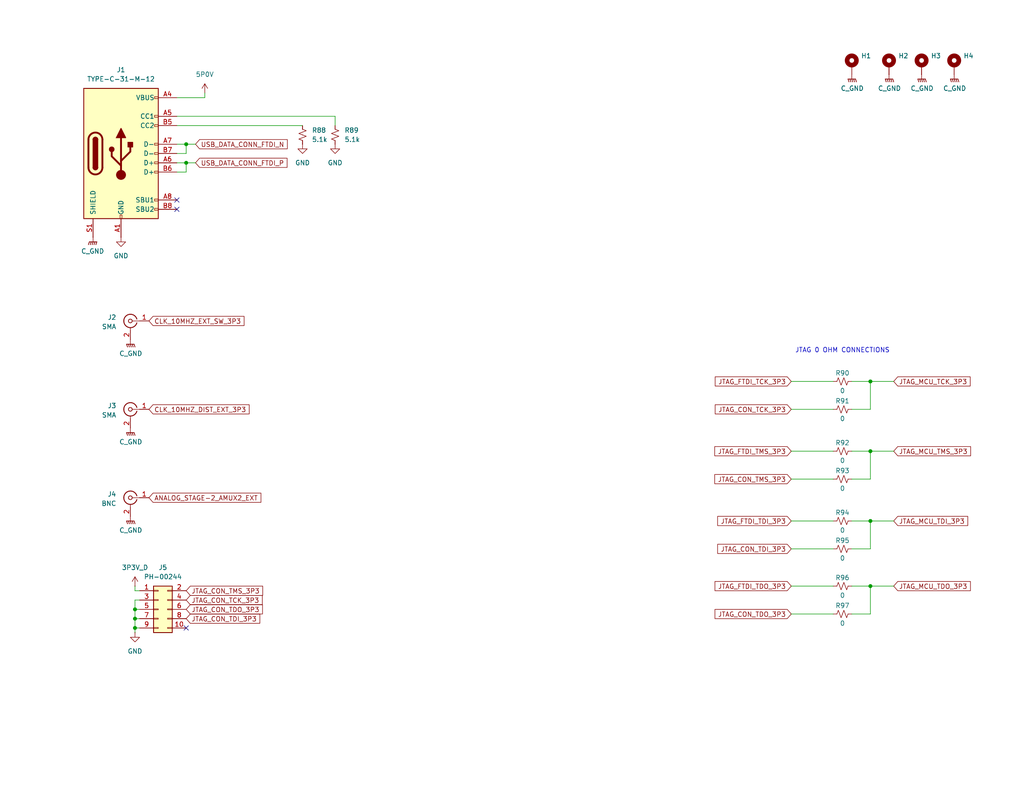
<source format=kicad_sch>
(kicad_sch (version 20231120) (generator "eeschema") (generator_version "8.0")
  (paper "A")
  (title_block (title "ARBITRARY WAVEFORM GENERATOR") (date "2024-09-11") (rev "0.0.1") (company "Tomasz Brzyzek"))
  (lib_symbols
    (symbol "BRZK_CONN_USB:TYPE-C-31-M-12" (pin_names (offset 1.016))
      (property "Reference" "J?" (at 0 22.86 0))
      (property "Value" "TYPE-C-31-M-12" (at 0 20.32 0))
      (symbol "TYPE-C-31-M-12_0_0"
        (rectangle (start -0.254 -17.78) (end 0.254 -16.764))
        (rectangle (start 10.16 -14.986) (end 9.144 -15.494))
        (rectangle (start 10.16 -12.446) (end 9.144 -12.954))
        (rectangle (start 10.16 -4.826) (end 9.144 -5.334))
        (rectangle (start 10.16 -2.286) (end 9.144 -2.794))
        (rectangle (start 10.16 0.254) (end 9.144 -0.254))
        (rectangle (start 10.16 2.794) (end 9.144 2.286))
        (rectangle (start 10.16 7.874) (end 9.144 7.366))
        (rectangle (start 10.16 10.414) (end 9.144 9.906))
        (rectangle (start 10.16 15.494) (end 9.144 14.986))
      )
      (symbol "TYPE-C-31-M-12_0_1"
        (rectangle (start -10.16 17.78) (end 10.16 -17.78) (stroke (width 0.254)) (fill (type background)))
        (arc (start -8.89 -3.81) (mid -6.985 -5.7067) (end -5.08 -3.81) (stroke (width 0.508)))
        (arc (start -7.62 -3.81) (mid -6.985 -4.4423) (end -6.35 -3.81) (stroke (width 0.254)))
        (arc (start -7.62 -3.81) (mid -6.985 -4.4423) (end -6.35 -3.81) (stroke (width 0.254)) (fill (type outline)))
        (rectangle (start -7.62 -3.81) (end -6.35 3.81) (stroke (width 0.254)) (fill (type outline)))
        (arc (start -6.35 3.81) (mid -6.985 4.4423) (end -7.62 3.81) (stroke (width 0.254)))
        (arc (start -6.35 3.81) (mid -6.985 4.4423) (end -7.62 3.81) (stroke (width 0.254)) (fill (type outline)))
        (arc (start -5.08 3.81) (mid -6.985 5.7067) (end -8.89 3.81) (stroke (width 0.508)))
        (circle (center -2.54 1.143) (radius 0.635) (stroke (width 0.254)) (fill (type outline)))
        (circle (center 0 -5.842) (radius 1.27) (fill (type outline)))
        (polyline (pts (xy -8.89 -3.81) (xy -8.89 3.81)) (stroke (width 0.508)))
        (polyline (pts (xy -5.08 3.81) (xy -5.08 -3.81)) (stroke (width 0.508)))
        (polyline (pts (xy 0 -5.842) (xy 0 4.318)) (stroke (width 0.508)))
        (polyline (pts (xy 0 -3.302) (xy -2.54 -0.762) (xy -2.54 0.508)) (stroke (width 0.508)))
        (polyline (pts (xy 0 -2.032) (xy 2.54 0.508) (xy 2.54 1.778)) (stroke (width 0.508)))
        (polyline (pts (xy -1.27 4.318) (xy 0 6.858) (xy 1.27 4.318) (xy -1.27 4.318)) (stroke (width 0.254)) (fill (type outline)))
        (rectangle (start 1.905 1.778) (end 3.175 3.048) (stroke (width 0.254)) (fill (type outline)))
      )
      (symbol "TYPE-C-31-M-12_1_1"
        (pin passive line (at 0 -22.86 90) (length 5.08) (name "GND") (number "A1"))
        (pin passive line (at 0 -22.86 90) (length 5.08) hide (name "GND") (number "A12"))
        (pin passive line (at 15.24 15.24 180) (length 5.08) (name "VBUS") (number "A4"))
        (pin bidirectional line (at 15.24 10.16 180) (length 5.08) (name "CC1") (number "A5"))
        (pin bidirectional line (at 15.24 -2.54 180) (length 5.08) (name "D+") (number "A6"))
        (pin bidirectional line (at 15.24 2.54 180) (length 5.08) (name "D-") (number "A7"))
        (pin bidirectional line (at 15.24 -12.7 180) (length 5.08) (name "SBU1") (number "A8"))
        (pin passive line (at 15.24 15.24 180) (length 5.08) hide (name "VBUS") (number "A9"))
        (pin passive line (at 0 -22.86 90) (length 5.08) hide (name "GND") (number "B1"))
        (pin passive line (at 0 -22.86 90) (length 5.08) hide (name "GND") (number "B12"))
        (pin passive line (at 15.24 15.24 180) (length 5.08) hide (name "VBUS") (number "B4"))
        (pin bidirectional line (at 15.24 7.62 180) (length 5.08) (name "CC2") (number "B5"))
        (pin bidirectional line (at 15.24 -5.08 180) (length 5.08) (name "D+") (number "B6"))
        (pin bidirectional line (at 15.24 0 180) (length 5.08) (name "D-") (number "B7"))
        (pin bidirectional line (at 15.24 -15.24 180) (length 5.08) (name "SBU2") (number "B8"))
        (pin passive line (at 15.24 15.24 180) (length 5.08) hide (name "VBUS") (number "B9"))
        (pin passive line (at -7.62 -22.86 90) (length 5.08) (name "SHIELD") (number "S1"))
      )
    )
    (symbol "Connector:Conn_Coaxial" (pin_names (offset 1.016) hide)
      (property "Reference" "J" (at 0.254 3.048 0))
      (property "Value" "Conn_Coaxial" (at 2.921 0 90))
      (symbol "Conn_Coaxial_0_1"
        (arc (start -1.778 -0.508) (mid 0.2311 -1.8066) (end 1.778 0) (stroke (width 0.254)))
        (polyline (pts (xy -2.54 0) (xy -0.508 0)))
        (polyline (pts (xy 0 -2.54) (xy 0 -1.778)))
        (circle (center 0 0) (radius 0.508) (stroke (width 0.2032)))
        (arc (start 1.778 0) (mid 0.2099 1.8101) (end -1.778 0.508) (stroke (width 0.254)))
      )
      (symbol "Conn_Coaxial_1_1"
        (pin passive line (at -5.08 0 0) (length 2.54) (name "In") (number "1"))
        (pin passive line (at 0 -5.08 90) (length 2.54) (name "Ext") (number "2"))
      )
    )
    (symbol "Connector_Generic:Conn_02x05_Odd_Even" (pin_names (offset 1.016) hide)
      (property "Reference" "J" (at 1.27 7.62 0))
      (property "Value" "Conn_02x05_Odd_Even" (at 1.27 -7.62 0))
      (symbol "Conn_02x05_Odd_Even_1_1"
        (rectangle (start -1.27 -4.953) (end 0 -5.207) (stroke (width 0.1524)))
        (rectangle (start -1.27 -2.413) (end 0 -2.667) (stroke (width 0.1524)))
        (rectangle (start -1.27 0.127) (end 0 -0.127) (stroke (width 0.1524)))
        (rectangle (start -1.27 2.667) (end 0 2.413) (stroke (width 0.1524)))
        (rectangle (start -1.27 5.207) (end 0 4.953) (stroke (width 0.1524)))
        (rectangle (start -1.27 6.35) (end 3.81 -6.35) (stroke (width 0.254)) (fill (type background)))
        (rectangle (start 3.81 -4.953) (end 2.54 -5.207) (stroke (width 0.1524)))
        (rectangle (start 3.81 -2.413) (end 2.54 -2.667) (stroke (width 0.1524)))
        (rectangle (start 3.81 0.127) (end 2.54 -0.127) (stroke (width 0.1524)))
        (rectangle (start 3.81 2.667) (end 2.54 2.413) (stroke (width 0.1524)))
        (rectangle (start 3.81 5.207) (end 2.54 4.953) (stroke (width 0.1524)))
        (pin passive line (at -5.08 5.08 0) (length 3.81) (name "Pin_1") (number "1"))
        (pin passive line (at 7.62 -5.08 180) (length 3.81) (name "Pin_10") (number "10"))
        (pin passive line (at 7.62 5.08 180) (length 3.81) (name "Pin_2") (number "2"))
        (pin passive line (at -5.08 2.54 0) (length 3.81) (name "Pin_3") (number "3"))
        (pin passive line (at 7.62 2.54 180) (length 3.81) (name "Pin_4") (number "4"))
        (pin passive line (at -5.08 0 0) (length 3.81) (name "Pin_5") (number "5"))
        (pin passive line (at 7.62 0 180) (length 3.81) (name "Pin_6") (number "6"))
        (pin passive line (at -5.08 -2.54 0) (length 3.81) (name "Pin_7") (number "7"))
        (pin passive line (at 7.62 -2.54 180) (length 3.81) (name "Pin_8") (number "8"))
        (pin passive line (at -5.08 -5.08 0) (length 3.81) (name "Pin_9") (number "9"))
      )
    )
    (symbol "Device:R_Small_US" (pin_numbers hide) (pin_names (offset 0.254) hide)
      (property "Reference" "R" (at 0.762 0.508 0))
      (property "Value" "R_Small_US" (at 0.762 -1.016 0))
      (symbol "R_Small_US_1_1"
        (polyline (pts (xy 0 0) (xy 1.016 -0.381) (xy 0 -0.762) (xy -1.016 -1.143) (xy 0 -1.524)))
        (polyline (pts (xy 0 1.524) (xy 1.016 1.143) (xy 0 0.762) (xy -1.016 0.381) (xy 0 0)))
        (pin passive line (at 0 2.54 270) (length 1.016) (name "~") (number "1"))
        (pin passive line (at 0 -2.54 90) (length 1.016) (name "~") (number "2"))
      )
    )
    (symbol "Mechanical:MountingHole_Pad" (pin_numbers hide) (pin_names (offset 1.016) hide) (exclude_from_sim yes) (in_bom no)
      (property "Reference" "H" (at 0 6.35 0))
      (property "Value" "MountingHole_Pad" (at 0 4.445 0))
      (symbol "MountingHole_Pad_0_1"
        (circle (center 0 1.27) (radius 1.27) (stroke (width 1.27)))
      )
      (symbol "MountingHole_Pad_1_1"
        (pin input line (at 0 -2.54 90) (length 2.54) (name "1") (number "1"))
      )
    )
    (symbol "power:+3V3" (power) (pin_numbers hide) (pin_names (offset 0) hide)
      (property "Value" "+3V3" (at 0 3.556 0))
      (symbol "+3V3_0_1"
        (polyline (pts (xy -0.762 1.27) (xy 0 2.54)))
        (polyline (pts (xy 0 0) (xy 0 2.54)))
        (polyline (pts (xy 0 2.54) (xy 0.762 1.27)))
      )
      (symbol "+3V3_1_1"
        (pin power_in line (at 0 0 90) (length 0) (name "~") (number "1"))
      )
    )
    (symbol "power:GND" (power) (pin_numbers hide) (pin_names (offset 0) hide)
      (property "Value" "GND" (at 0 -3.81 0))
      (symbol "GND_0_1"
        (polyline (pts (xy 0 0) (xy 0 -1.27) (xy 1.27 -1.27) (xy 0 -2.54) (xy -1.27 -1.27) (xy 0 -1.27)))
      )
      (symbol "GND_1_1"
        (pin power_in line (at 0 0 270) (length 0) (name "~") (number "1"))
      )
    )
    (symbol "power:GNDPWR" (power) (pin_numbers hide) (pin_names (offset 0) hide)
      (property "Value" "GNDPWR" (at 0 -3.302 0))
      (symbol "GNDPWR_0_1"
        (polyline (pts (xy 0 -1.27) (xy 0 0)))
        (polyline (pts (xy -1.016 -1.27) (xy -1.27 -2.032) (xy -1.27 -2.032)) (stroke (width 0.2032)))
        (polyline (pts (xy -0.508 -1.27) (xy -0.762 -2.032) (xy -0.762 -2.032)) (stroke (width 0.2032)))
        (polyline (pts (xy 0 -1.27) (xy -0.254 -2.032) (xy -0.254 -2.032)) (stroke (width 0.2032)))
        (polyline (pts (xy 0.508 -1.27) (xy 0.254 -2.032) (xy 0.254 -2.032)) (stroke (width 0.2032)))
        (polyline (pts (xy 1.016 -1.27) (xy -1.016 -1.27) (xy -1.016 -1.27)) (stroke (width 0.2032)))
        (polyline (pts (xy 1.016 -1.27) (xy 0.762 -2.032) (xy 0.762 -2.032) (xy 0.762 -2.032)) (stroke (width 0.2032)))
      )
      (symbol "GNDPWR_1_1"
        (pin power_in line (at 0 0 270) (length 0) (name "~") (number "1"))
      )
    )
  )
  (junction (at 50.8 39.37))
  (junction (at 237.49 142.24))
  (junction (at 50.8 44.45))
  (junction (at 36.83 168.91))
  (junction (at 237.49 123.19))
  (junction (at 36.83 166.37))
  (junction (at 237.49 160.02))
  (junction (at 237.49 104.14))
  (junction (at 36.83 171.45))
  (no_connect (at 48.26 57.15))
  (no_connect (at 48.26 54.61))
  (no_connect (at 50.8 171.45))
  (wire (pts (xy 232.41 104.14) (xy 237.49 104.14)))
  (wire (pts (xy 232.41 149.86) (xy 237.49 149.86)))
  (wire (pts (xy 36.83 163.83) (xy 36.83 166.37)))
  (wire (pts (xy 36.83 168.91) (xy 36.83 171.45)))
  (wire (pts (xy 215.9 104.14) (xy 227.33 104.14)))
  (wire (pts (xy 38.1 163.83) (xy 36.83 163.83)))
  (wire (pts (xy 48.26 31.75) (xy 91.44 31.75)))
  (wire (pts (xy 50.8 39.37) (xy 53.34 39.37)))
  (wire (pts (xy 237.49 111.76) (xy 237.49 104.14)))
  (wire (pts (xy 48.26 46.99) (xy 50.8 46.99)))
  (wire (pts (xy 232.41 123.19) (xy 237.49 123.19)))
  (wire (pts (xy 232.41 142.24) (xy 237.49 142.24)))
  (wire (pts (xy 38.1 168.91) (xy 36.83 168.91)))
  (wire (pts (xy 48.26 39.37) (xy 50.8 39.37)))
  (wire (pts (xy 232.41 160.02) (xy 237.49 160.02)))
  (wire (pts (xy 237.49 149.86) (xy 237.49 142.24)))
  (wire (pts (xy 36.83 166.37) (xy 36.83 168.91)))
  (wire (pts (xy 38.1 171.45) (xy 36.83 171.45)))
  (wire (pts (xy 237.49 104.14) (xy 243.84 104.14)))
  (wire (pts (xy 48.26 34.29) (xy 82.55 34.29)))
  (wire (pts (xy 36.83 171.45) (xy 36.83 172.72)))
  (wire (pts (xy 237.49 130.81) (xy 237.49 123.19)))
  (wire (pts (xy 55.88 25.4) (xy 55.88 26.67)))
  (wire (pts (xy 215.9 149.86) (xy 227.33 149.86)))
  (wire (pts (xy 55.88 26.67) (xy 48.26 26.67)))
  (wire (pts (xy 215.9 111.76) (xy 227.33 111.76)))
  (wire (pts (xy 215.9 142.24) (xy 227.33 142.24)))
  (wire (pts (xy 38.1 166.37) (xy 36.83 166.37)))
  (wire (pts (xy 237.49 167.64) (xy 237.49 160.02)))
  (wire (pts (xy 215.9 167.64) (xy 227.33 167.64)))
  (wire (pts (xy 38.1 161.29) (xy 36.83 161.29)))
  (wire (pts (xy 50.8 46.99) (xy 50.8 44.45)))
  (wire (pts (xy 232.41 130.81) (xy 237.49 130.81)))
  (wire (pts (xy 50.8 44.45) (xy 48.26 44.45)))
  (wire (pts (xy 36.83 161.29) (xy 36.83 160.02)))
  (wire (pts (xy 91.44 34.29) (xy 91.44 31.75)))
  (wire (pts (xy 50.8 41.91) (xy 50.8 39.37)))
  (wire (pts (xy 215.9 160.02) (xy 227.33 160.02)))
  (wire (pts (xy 237.49 142.24) (xy 243.84 142.24)))
  (wire (pts (xy 237.49 123.19) (xy 243.84 123.19)))
  (wire (pts (xy 48.26 41.91) (xy 50.8 41.91)))
  (wire (pts (xy 215.9 123.19) (xy 227.33 123.19)))
  (wire (pts (xy 215.9 130.81) (xy 227.33 130.81)))
  (wire (pts (xy 237.49 160.02) (xy 243.84 160.02)))
  (wire (pts (xy 232.41 167.64) (xy 237.49 167.64)))
  (wire (pts (xy 50.8 44.45) (xy 53.34 44.45)))
  (wire (pts (xy 232.41 111.76) (xy 237.49 111.76)))
  (text "JTAG 0 OHM CONNECTIONS" (at 229.87 95.758 0) (effects (font (size 1.27 1.27))))
  (global_label "JTAG_MCU_TDO_3P3" (shape input) (at 243.84 160.02 0) (property "Intersheetrefs" "${INTERSHEET_REFS}" (effects (hide yes))))
  (global_label "USB_DATA_CONN_FTDI_P" (shape input) (at 53.34 44.45 0) (property "Intersheetrefs" "${INTERSHEET_REFS}" (effects (hide yes))))
  (global_label "JTAG_CON_TDI_3P3" (shape input) (at 215.9 149.86 180) (property "Intersheetrefs" "${INTERSHEET_REFS}" (effects (hide yes))))
  (global_label "JTAG_CON_TDO_3P3" (shape input) (at 215.9 167.64 180) (property "Intersheetrefs" "${INTERSHEET_REFS}" (effects (hide yes))))
  (global_label "USB_DATA_CONN_FTDI_N" (shape input) (at 53.34 39.37 0) (property "Intersheetrefs" "${INTERSHEET_REFS}" (effects (hide yes))))
  (global_label "JTAG_MCU_TMS_3P3" (shape input) (at 243.84 123.19 0) (property "Intersheetrefs" "${INTERSHEET_REFS}" (effects (hide yes))))
  (global_label "JTAG_CON_TMS_3P3" (shape input) (at 50.8 161.29 0) (property "Intersheetrefs" "${INTERSHEET_REFS}" (effects (hide yes))))
  (global_label "JTAG_CON_TDO_3P3" (shape input) (at 50.8 166.37 0) (property "Intersheetrefs" "${INTERSHEET_REFS}" (effects (hide yes))))
  (global_label "JTAG_CON_TDI_3P3" (shape input) (at 50.8 168.91 0) (property "Intersheetrefs" "${INTERSHEET_REFS}" (effects (hide yes))))
  (global_label "ANALOG_STAGE-2_AMUX2_EXT" (shape input) (at 40.64 135.89 0) (property "Intersheetrefs" "${INTERSHEET_REFS}" (effects (hide yes))))
  (global_label "JTAG_MCU_TDI_3P3" (shape input) (at 243.84 142.24 0) (property "Intersheetrefs" "${INTERSHEET_REFS}" (effects (hide yes))))
  (global_label "JTAG_FTDI_TCK_3P3" (shape input) (at 215.9 104.14 180) (property "Intersheetrefs" "${INTERSHEET_REFS}" (effects (hide yes))))
  (global_label "JTAG_CON_TCK_3P3" (shape input) (at 50.8 163.83 0) (property "Intersheetrefs" "${INTERSHEET_REFS}" (effects (hide yes))))
  (global_label "JTAG_CON_TMS_3P3" (shape input) (at 215.9 130.81 180) (property "Intersheetrefs" "${INTERSHEET_REFS}" (effects (hide yes))))
  (global_label "JTAG_CON_TCK_3P3" (shape input) (at 215.9 111.76 180) (property "Intersheetrefs" "${INTERSHEET_REFS}" (effects (hide yes))))
  (global_label "JTAG_FTDI_TMS_3P3" (shape input) (at 215.9 123.19 180) (property "Intersheetrefs" "${INTERSHEET_REFS}" (effects (hide yes))))
  (global_label "CLK_10MHZ_EXT_SW_3P3" (shape input) (at 40.64 87.63 0) (property "Intersheetrefs" "${INTERSHEET_REFS}" (effects (hide yes))))
  (global_label "JTAG_MCU_TCK_3P3" (shape input) (at 243.84 104.14 0) (property "Intersheetrefs" "${INTERSHEET_REFS}" (effects (hide yes))))
  (global_label "CLK_10MHZ_DIST_EXT_3P3" (shape input) (at 40.64 111.76 0) (property "Intersheetrefs" "${INTERSHEET_REFS}" (effects (hide yes))))
  (global_label "JTAG_FTDI_TDI_3P3" (shape input) (at 215.9 142.24 180) (property "Intersheetrefs" "${INTERSHEET_REFS}" (effects (hide yes))))
  (global_label "JTAG_FTDI_TDO_3P3" (shape input) (at 215.9 160.02 180) (property "Intersheetrefs" "${INTERSHEET_REFS}" (effects (hide yes))))
  (symbol (lib_id "Device:R_Small_US") (at 229.87 167.64 270) (unit 1)
    (property "Reference" "R97" (at 229.87 165.354 90))
    (property "Value" "0" (at 229.87 170.18 90))
    (property "Footprint" "Resistor_SMD:R_0603_1608Metric" (effects (hide yes)))
    (property "Description" "Resistor, small US symbol" (effects (hide yes)))
    (property "Part Number" "0603WAJ0000T5E" (effects (hide yes)))
    (property "LCSC" "C15402" (effects (hide yes)))
  )
  (symbol (lib_id "power:GNDPWR") (at 35.56 116.84 0) (mirror y) (unit 1)
    (property "Reference" "#PWR0284" (effects (hide yes)))
    (property "Value" "C_GND" (at 35.687 120.65 0))
    (property "Description" "Power symbol creates a global label with name \"GNDPWR\" , global ground" (effects (hide yes)))
  )
  (symbol (lib_id "Connector:Conn_Coaxial") (at 35.56 135.89 0) (mirror y) (unit 1)
    (property "Reference" "J4" (at 31.75 134.9131 0) (effects (justify left)))
    (property "Value" "BNC" (at 31.75 137.4531 0) (effects (justify left)))
    (property "Footprint" "BRZK_CONN_COAX:BNC_TH_Horizontal_DOSIN-801-0050" (effects (hide yes)))
    (property "Description" "coaxial connector (BNC, SMA, SMB, SMC, Cinch/RCA, LEMO, ...)" (effects (hide yes)))
    (property "Part Number" "DOSIN-801-0050" (effects (hide yes)))
    (property "LCSC" "C521210" (effects (hide yes)))
  )
  (symbol (lib_id "Connector_Generic:Conn_02x05_Odd_Even") (at 43.18 166.37 0) (unit 1)
    (property "Reference" "J5" (at 44.45 154.94 0))
    (property "Value" "PH-00244" (at 44.45 157.48 0))
    (property "Footprint" "Connector_PinHeader_2.54mm:PinHeader_2x05_P2.54mm_Vertical" (effects (hide yes)))
    (property "Description" "Generic connector, double row, 02x05, odd/even pin numbering scheme (row 1 odd numbers, row 2 even numbers), script generated (kicad-library-utils/schlib/autogen/connector/)" (effects (hide yes)))
    (property "Part Number" "PH-00244" (effects (hide yes)))
    (property "LCSC" "C2829881" (effects (hide yes)))
  )
  (symbol (lib_id "Mechanical:MountingHole_Pad") (at 242.57 17.78 0) (unit 1) (exclude_from_sim yes) (in_bom no)
    (property "Reference" "H2" (at 245.11 15.2399 0) (effects (justify left)))
    (property "Value" "MOUNTING HOLE" (effects (hide yes)))
    (property "Footprint" "MountingHole_3.2mm_M3_Pad" (effects (hide yes)))
    (property "Description" "Mounting Hole with connection" (effects (hide yes)))
  )
  (symbol (lib_id "power:+3V3") (at 36.83 160.02 0) (unit 1)
    (property "Reference" "#PWR0286" (effects (hide yes)))
    (property "Value" "3P3V_D" (at 36.83 154.94 0))
    (property "Description" "Power symbol creates a global label with name \"+3V3\"" (effects (hide yes)))
  )
  (symbol (lib_id "Device:R_Small_US") (at 229.87 123.19 270) (unit 1)
    (property "Reference" "R92" (at 229.87 120.904 90))
    (property "Value" "0" (at 229.87 125.73 90))
    (property "Footprint" "Resistor_SMD:R_0603_1608Metric" (effects (hide yes)))
    (property "Description" "Resistor, small US symbol" (effects (hide yes)))
    (property "Part Number" "0603WAJ0000T5E" (effects (hide yes)))
    (property "LCSC" "C15402" (effects (hide yes)))
  )
  (symbol (lib_id "power:GNDPWR") (at 260.35 20.32 0) (mirror y) (unit 1)
    (property "Reference" "#PWR0294" (effects (hide yes)))
    (property "Value" "C_GND" (at 260.477 24.13 0))
    (property "Description" "Power symbol creates a global label with name \"GNDPWR\" , global ground" (effects (hide yes)))
  )
  (symbol (lib_id "Device:R_Small_US") (at 91.44 36.83 180) (unit 1)
    (property "Reference" "R89" (at 93.98 35.5599 0) (effects (justify right)))
    (property "Value" "5.1k" (at 93.98 38.0999 0) (effects (justify right)))
    (property "Footprint" "Resistor_SMD:R_0603_1608Metric" (effects (hide yes)))
    (property "Description" "Resistor, small US symbol" (effects (hide yes)))
    (property "Part Number" "0603WAF5101T5E " (effects (hide yes)))
    (property "LCSC" "C23186" (effects (hide yes)))
  )
  (symbol (lib_id "Connector:Conn_Coaxial") (at 35.56 87.63 0) (mirror y) (unit 1)
    (property "Reference" "J2" (at 31.75 86.6531 0) (effects (justify left)))
    (property "Value" "SMA" (at 31.75 89.1931 0) (effects (justify left)))
    (property "Footprint" "BRZK_CONN_COAX:SMA_TH_Horizontal_KH-SMA-K513-G" (effects (hide yes)))
    (property "Description" "coaxial connector (BNC, SMA, SMB, SMC, Cinch/RCA, LEMO, ...)" (effects (hide yes)))
    (property "Part Number" "KH-SMA-K513-G" (effects (hide yes)))
    (property "LCSC" "C411575" (effects (hide yes)))
  )
  (symbol (lib_id "BRZK_CONN_USB:TYPE-C-31-M-12") (at 33.02 41.91 0) (unit 1)
    (property "Reference" "J1" (at 33.02 19.05 0))
    (property "Value" "TYPE-C-31-M-12" (at 33.02 21.59 0))
    (property "Footprint" "Connector_USB:USB_C_Receptacle_GCT_USB4105-xx-A_16P_TopMnt_Horizontal" (effects (hide yes)))
    (property "Datasheet" "https://www.lcsc.com/datasheet/lcsc_datasheet_2205251630_Korean-Hroparts-Elec-TYPE-C-31-M-12_C165948.pdf" (effects (hide yes)))
    (property "Description" "USB 2.0-only 16P Type-C Receptacle connector" (effects (hide yes)))
    (property "Part Number" "TYPE-C-31-M-12" (effects (hide yes)))
    (property "LCSC" "C165948" (effects (hide yes)))
  )
  (symbol (lib_id "power:GND") (at 82.55 39.37 0) (unit 1)
    (property "Reference" "#PWR0289" (effects (hide yes)))
    (property "Value" "GND" (at 82.55 44.45 0))
    (property "Description" "Power symbol creates a global label with name \"GND\" , ground" (effects (hide yes)))
  )
  (symbol (lib_id "power:GNDPWR") (at 35.56 140.97 0) (mirror y) (unit 1)
    (property "Reference" "#PWR0285" (effects (hide yes)))
    (property "Value" "C_GND" (at 35.687 144.78 0))
    (property "Description" "Power symbol creates a global label with name \"GNDPWR\" , global ground" (effects (hide yes)))
  )
  (symbol (lib_id "Mechanical:MountingHole_Pad") (at 232.41 17.78 0) (unit 1) (exclude_from_sim yes) (in_bom no)
    (property "Reference" "H1" (at 234.95 15.2399 0) (effects (justify left)))
    (property "Value" "MOUNTING HOLE" (effects (hide yes)))
    (property "Footprint" "MountingHole_3.2mm_M3_Pad" (effects (hide yes)))
    (property "Description" "Mounting Hole with connection" (effects (hide yes)))
  )
  (symbol (lib_id "power:GNDPWR") (at 232.41 20.32 0) (mirror y) (unit 1)
    (property "Reference" "#PWR0291" (effects (hide yes)))
    (property "Value" "C_GND" (at 232.537 24.13 0))
    (property "Description" "Power symbol creates a global label with name \"GNDPWR\" , global ground" (effects (hide yes)))
  )
  (symbol (lib_id "power:GNDPWR") (at 251.46 20.32 0) (mirror y) (unit 1)
    (property "Reference" "#PWR0293" (effects (hide yes)))
    (property "Value" "C_GND" (at 251.587 24.13 0))
    (property "Description" "Power symbol creates a global label with name \"GNDPWR\" , global ground" (effects (hide yes)))
  )
  (symbol (lib_id "Mechanical:MountingHole_Pad") (at 251.46 17.78 0) (unit 1) (exclude_from_sim yes) (in_bom no)
    (property "Reference" "H3" (at 254 15.2399 0) (effects (justify left)))
    (property "Value" "MOUNTING HOLE" (effects (hide yes)))
    (property "Footprint" "MountingHole_3.2mm_M3_Pad" (effects (hide yes)))
    (property "Description" "Mounting Hole with connection" (effects (hide yes)))
  )
  (symbol (lib_id "power:GND") (at 36.83 172.72 0) (unit 1)
    (property "Reference" "#PWR0287" (effects (hide yes)))
    (property "Value" "GND" (at 36.83 177.8 0))
    (property "Description" "Power symbol creates a global label with name \"GND\" , ground" (effects (hide yes)))
  )
  (symbol (lib_id "Connector:Conn_Coaxial") (at 35.56 111.76 0) (mirror y) (unit 1)
    (property "Reference" "J3" (at 31.75 110.7831 0) (effects (justify left)))
    (property "Value" "SMA" (at 31.75 113.3231 0) (effects (justify left)))
    (property "Footprint" "BRZK_CONN_COAX:SMA_TH_Horizontal_KH-SMA-K513-G" (effects (hide yes)))
    (property "Description" "coaxial connector (BNC, SMA, SMB, SMC, Cinch/RCA, LEMO, ...)" (effects (hide yes)))
    (property "Part Number" "KH-SMA-K513-G" (effects (hide yes)))
    (property "LCSC" "C411575" (effects (hide yes)))
  )
  (symbol (lib_id "power:GNDPWR") (at 242.57 20.32 0) (mirror y) (unit 1)
    (property "Reference" "#PWR0292" (effects (hide yes)))
    (property "Value" "C_GND" (at 242.697 24.13 0))
    (property "Description" "Power symbol creates a global label with name \"GNDPWR\" , global ground" (effects (hide yes)))
  )
  (symbol (lib_id "power:GND") (at 91.44 39.37 0) (unit 1)
    (property "Reference" "#PWR0290" (effects (hide yes)))
    (property "Value" "GND" (at 91.44 44.45 0))
    (property "Description" "Power symbol creates a global label with name \"GND\" , ground" (effects (hide yes)))
  )
  (symbol (lib_id "power:GNDPWR") (at 25.4 64.77 0) (unit 1)
    (property "Reference" "#PWR0281" (effects (hide yes)))
    (property "Value" "C_GND" (at 25.273 68.58 0))
    (property "Description" "Power symbol creates a global label with name \"GNDPWR\" , global ground" (effects (hide yes)))
  )
  (symbol (lib_id "Device:R_Small_US") (at 229.87 111.76 270) (unit 1)
    (property "Reference" "R91" (at 229.87 109.474 90))
    (property "Value" "0" (at 229.87 114.3 90))
    (property "Footprint" "Resistor_SMD:R_0603_1608Metric" (effects (hide yes)))
    (property "Description" "Resistor, small US symbol" (effects (hide yes)))
    (property "Part Number" "0603WAJ0000T5E" (effects (hide yes)))
    (property "LCSC" "C15402" (effects (hide yes)))
  )
  (symbol (lib_id "Device:R_Small_US") (at 229.87 142.24 270) (unit 1)
    (property "Reference" "R94" (at 229.87 139.954 90))
    (property "Value" "0" (at 229.87 144.78 90))
    (property "Footprint" "Resistor_SMD:R_0603_1608Metric" (effects (hide yes)))
    (property "Description" "Resistor, small US symbol" (effects (hide yes)))
    (property "Part Number" "0603WAJ0000T5E" (effects (hide yes)))
    (property "LCSC" "C15402" (effects (hide yes)))
  )
  (symbol (lib_id "power:GND") (at 33.02 64.77 0) (unit 1)
    (property "Reference" "#PWR0282" (effects (hide yes)))
    (property "Value" "GND" (at 33.02 69.85 0))
    (property "Description" "Power symbol creates a global label with name \"GND\" , ground" (effects (hide yes)))
  )
  (symbol (lib_id "Device:R_Small_US") (at 229.87 149.86 270) (unit 1)
    (property "Reference" "R95" (at 229.87 147.574 90))
    (property "Value" "0" (at 229.87 152.4 90))
    (property "Footprint" "Resistor_SMD:R_0603_1608Metric" (effects (hide yes)))
    (property "Description" "Resistor, small US symbol" (effects (hide yes)))
    (property "Part Number" "0603WAJ0000T5E" (effects (hide yes)))
    (property "LCSC" "C15402" (effects (hide yes)))
  )
  (symbol (lib_id "Device:R_Small_US") (at 229.87 160.02 270) (unit 1)
    (property "Reference" "R96" (at 229.87 157.734 90))
    (property "Value" "0" (at 229.87 162.56 90))
    (property "Footprint" "Resistor_SMD:R_0603_1608Metric" (effects (hide yes)))
    (property "Description" "Resistor, small US symbol" (effects (hide yes)))
    (property "Part Number" "0603WAJ0000T5E" (effects (hide yes)))
    (property "LCSC" "C15402" (effects (hide yes)))
  )
  (symbol (lib_id "Mechanical:MountingHole_Pad") (at 260.35 17.78 0) (unit 1) (exclude_from_sim yes) (in_bom no)
    (property "Reference" "H4" (at 262.89 15.2399 0) (effects (justify left)))
    (property "Value" "MOUNTING HOLE" (effects (hide yes)))
    (property "Footprint" "MountingHole_3.2mm_M3_Pad" (effects (hide yes)))
    (property "Description" "Mounting Hole with connection" (effects (hide yes)))
  )
  (symbol (lib_id "Device:R_Small_US") (at 229.87 104.14 270) (unit 1)
    (property "Reference" "R90" (at 229.87 101.854 90))
    (property "Value" "0" (at 229.87 106.68 90))
    (property "Footprint" "Resistor_SMD:R_0603_1608Metric" (effects (hide yes)))
    (property "Description" "Resistor, small US symbol" (effects (hide yes)))
    (property "Part Number" "0603WAJ0000T5E" (effects (hide yes)))
    (property "LCSC" "C15402" (effects (hide yes)))
  )
  (symbol (lib_id "power:+3V3") (at 55.88 25.4 0) (unit 1)
    (property "Reference" "#PWR0288" (effects (hide yes)))
    (property "Value" "5P0V" (at 55.88 20.32 0))
    (property "Description" "Power symbol creates a global label with name \"+3V3\"" (effects (hide yes)))
  )
  (symbol (lib_id "Device:R_Small_US") (at 82.55 36.83 180) (unit 1)
    (property "Reference" "R88" (at 85.09 35.5599 0) (effects (justify right)))
    (property "Value" "5.1k" (at 85.09 38.0999 0) (effects (justify right)))
    (property "Footprint" "Resistor_SMD:R_0603_1608Metric" (effects (hide yes)))
    (property "Description" "Resistor, small US symbol" (effects (hide yes)))
    (property "Part Number" "0603WAF5101T5E " (effects (hide yes)))
    (property "LCSC" "C23186" (effects (hide yes)))
  )
  (symbol (lib_id "power:GNDPWR") (at 35.56 92.71 0) (mirror y) (unit 1)
    (property "Reference" "#PWR0283" (effects (hide yes)))
    (property "Value" "C_GND" (at 35.687 96.52 0))
    (property "Description" "Power symbol creates a global label with name \"GNDPWR\" , global ground" (effects (hide yes)))
  )
  (symbol (lib_id "Device:R_Small_US") (at 229.87 130.81 270) (unit 1)
    (property "Reference" "R93" (at 229.87 128.524 90))
    (property "Value" "0" (at 229.87 133.35 90))
    (property "Footprint" "Resistor_SMD:R_0603_1608Metric" (effects (hide yes)))
    (property "Description" "Resistor, small US symbol" (effects (hide yes)))
    (property "Part Number" "0603WAJ0000T5E" (effects (hide yes)))
    (property "LCSC" "C15402" (effects (hide yes)))
  )
)
</source>
